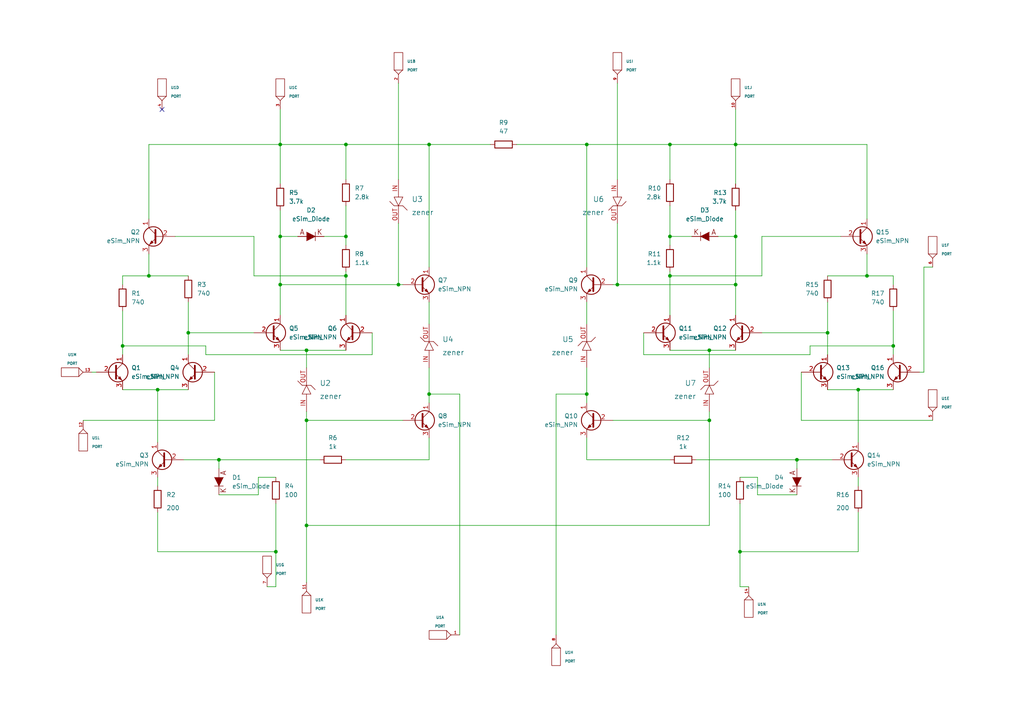
<source format=kicad_sch>
(kicad_sch (version 20211123) (generator eeschema)
  (paper "A4")
  (lib_symbols
    (symbol "eSim_Analog:zener" (pin_names (offset 1.016))
      (property "Reference" "U" (at -1.27 -2.54 0))
      (property "Value" "zener" (at 0 2.54 0))
      (symbol "zener_0_1"
        (polyline (pts (xy 2.54 -1.27) (xy 1.27 -2.54)))
        (polyline (pts (xy 2.54 1.27) (xy 2.54 -1.27)))
        (polyline (pts (xy 2.54 1.27) (xy 3.81 2.54)))
        (polyline (pts (xy 0 1.27) (xy 0 -1.27) (xy 2.54 0) (xy 0 1.27)))
      )
      (symbol "zener_1_1"
        (pin input line (at -5.08 0 0) (length 5.08) (name "~") (number "IN"))
        (pin output line (at 7.62 0 180) (length 5.08) (name "~") (number "OUT"))
      )
    )
    (symbol "eSim_Devices:eSim_Diode" (pin_numbers hide) (pin_names (offset 1.016) hide)
      (property "Reference" "D" (at 0 2.54 0))
      (property "Value" "eSim_Diode" (at 0 -2.54 0))
      (symbol "eSim_Diode_0_0"
        (text "A" (at -2.54 1.27 0) (effects (font (size 1.524 1.524))))
        (text "K" (at 2.54 1.27 0) (effects (font (size 1.524 1.524))))
      )
      (symbol "eSim_Diode_0_1"
        (polyline (pts (xy 1.27 1.27) (xy 1.27 -1.27)) (stroke (width 0.1524)))
        (polyline (pts (xy -1.27 1.27) (xy 1.27 0) (xy -1.27 -1.27)) (fill (type outline)))
      )
      (symbol "eSim_Diode_1_1"
        (pin passive line (at -3.81 0 0) (length 2.54) (name "A") (number "1"))
        (pin passive line (at 3.81 0 180) (length 2.54) (name "K") (number "2"))
      )
    )
    (symbol "eSim_Devices:eSim_NPN" (pin_names (offset 0) hide)
      (property "Reference" "Q" (at -2.54 1.27 0))
      (property "Value" "eSim_NPN" (at -1.27 3.81 0))
      (symbol "eSim_NPN_0_1"
        (polyline (pts (xy 0.635 0.635) (xy 2.54 2.54)))
        (polyline (pts (xy 0.635 -0.635) (xy 2.54 -2.54) (xy 2.54 -2.54)))
        (polyline (pts (xy 0.635 1.905) (xy 0.635 -1.905) (xy 0.635 -1.905)) (stroke (width 0.508)))
        (polyline (pts (xy 1.27 -1.778) (xy 1.778 -1.27) (xy 2.286 -2.286) (xy 1.27 -1.778) (xy 1.27 -1.778)) (fill (type outline)))
        (circle (center 1.27 0) (radius 2.8194) (stroke (width 0.254)))
      )
      (symbol "eSim_NPN_1_1"
        (pin passive line (at 2.54 5.08 270) (length 2.54) (name "C") (number "1"))
        (pin passive line (at -5.08 0 0) (length 5.715) (name "B") (number "2"))
        (pin passive line (at 2.54 -5.08 90) (length 2.54) (name "E") (number "3"))
      )
    )
    (symbol "eSim_Devices:resistor" (pin_numbers hide) (pin_names (offset 0))
      (property "Reference" "R" (at 1.27 3.302 0))
      (property "Value" "resistor" (at 1.27 -1.27 0))
      (symbol "resistor_0_1"
        (rectangle (start 3.81 0.254) (end -1.27 2.286) (stroke (width 0.254)))
      )
      (symbol "resistor_1_1"
        (pin passive line (at -2.54 1.27 0) (length 1.27) (name "~") (number "1"))
        (pin passive line (at 5.08 1.27 180) (length 1.27) (name "~") (number "2"))
      )
    )
    (symbol "eSim_Miscellaneous:PORT" (pin_names (offset 1.016))
      (property "Reference" "U" (at 1.27 2.54 0))
      (property "Value" "PORT" (at 0 0 0))
      (symbol "PORT_0_1"
        (rectangle (start -2.54 1.27) (end 2.54 -1.27))
        (arc (start 2.54 1.27) (mid 3.1355 0.5955) (end 3.81 0))
        (arc (start 3.81 0) (mid 3.1447 -0.6046) (end 2.54 -1.27))
      )
      (symbol "PORT_1_1"
        (pin bidirectional line (at 6.35 0 180) (length 2.54) (name "~") (number "1"))
      )
      (symbol "PORT_2_1"
        (pin bidirectional line (at 6.35 0 180) (length 2.54) (name "~") (number "2"))
      )
      (symbol "PORT_3_1"
        (pin bidirectional line (at 6.35 0 180) (length 2.54) (name "~") (number "3"))
      )
      (symbol "PORT_4_1"
        (pin bidirectional line (at 6.35 0 180) (length 2.54) (name "~") (number "4"))
      )
      (symbol "PORT_5_1"
        (pin bidirectional line (at 6.35 0 180) (length 2.54) (name "~") (number "5"))
      )
      (symbol "PORT_6_1"
        (pin bidirectional line (at 6.35 0 180) (length 2.54) (name "~") (number "6"))
      )
      (symbol "PORT_7_1"
        (pin bidirectional line (at 6.35 0 180) (length 2.54) (name "~") (number "7"))
      )
      (symbol "PORT_8_1"
        (pin bidirectional line (at 6.35 0 180) (length 2.54) (name "~") (number "8"))
      )
      (symbol "PORT_9_1"
        (pin bidirectional line (at 6.35 0 180) (length 2.54) (name "~") (number "9"))
      )
      (symbol "PORT_10_1"
        (pin bidirectional line (at 6.35 0 180) (length 2.54) (name "~") (number "10"))
      )
      (symbol "PORT_11_1"
        (pin bidirectional line (at 6.35 0 180) (length 2.54) (name "~") (number "11"))
      )
      (symbol "PORT_12_1"
        (pin bidirectional line (at 6.35 0 180) (length 2.54) (name "~") (number "12"))
      )
      (symbol "PORT_13_1"
        (pin bidirectional line (at 6.35 0 180) (length 2.54) (name "~") (number "13"))
      )
      (symbol "PORT_14_1"
        (pin bidirectional line (at 6.35 0 180) (length 2.54) (name "~") (number "14"))
      )
      (symbol "PORT_15_1"
        (pin bidirectional line (at 6.35 0 180) (length 2.54) (name "~") (number "15"))
      )
      (symbol "PORT_16_1"
        (pin bidirectional line (at 6.35 0 180) (length 2.54) (name "~") (number "16"))
      )
      (symbol "PORT_17_1"
        (pin bidirectional line (at 6.35 0 180) (length 2.54) (name "~") (number "17"))
      )
      (symbol "PORT_18_1"
        (pin bidirectional line (at 6.35 0 180) (length 2.54) (name "~") (number "18"))
      )
      (symbol "PORT_19_1"
        (pin bidirectional line (at 6.35 0 180) (length 2.54) (name "~") (number "19"))
      )
      (symbol "PORT_20_1"
        (pin bidirectional line (at 6.35 0 180) (length 2.54) (name "~") (number "20"))
      )
      (symbol "PORT_21_1"
        (pin bidirectional line (at 6.35 0 180) (length 2.54) (name "~") (number "21"))
      )
      (symbol "PORT_22_1"
        (pin bidirectional line (at 6.35 0 180) (length 2.54) (name "~") (number "22"))
      )
      (symbol "PORT_23_1"
        (pin bidirectional line (at 6.35 0 180) (length 2.54) (name "~") (number "23"))
      )
      (symbol "PORT_24_1"
        (pin bidirectional line (at 6.35 0 180) (length 2.54) (name "~") (number "24"))
      )
      (symbol "PORT_25_1"
        (pin bidirectional line (at 6.35 0 180) (length 2.54) (name "~") (number "25"))
      )
      (symbol "PORT_26_1"
        (pin bidirectional line (at 6.35 0 180) (length 2.54) (name "~") (number "26"))
      )
    )
  )
  (junction (at 231.14 133.35))
  (junction (at 124.46 41.91))
  (junction (at 81.28 68.58))
  (junction (at 213.36 68.58))
  (junction (at 240.03 96.52))
  (junction (at 213.36 41.91))
  (junction (at 63.5 133.35))
  (junction (at 100.33 68.58))
  (junction (at 194.31 41.91))
  (junction (at 194.31 68.58))
  (junction (at 214.63 160.02))
  (junction (at 81.28 82.55))
  (junction (at 251.46 80.01))
  (junction (at 100.33 41.91))
  (junction (at 88.9 152.4))
  (junction (at 88.9 101.6))
  (junction (at 80.01 160.02))
  (junction (at 43.18 80.01))
  (junction (at 179.07 82.55))
  (junction (at 194.31 80.01))
  (junction (at 248.92 113.03))
  (junction (at 115.57 82.55))
  (junction (at 45.72 113.03))
  (junction (at 205.74 101.6))
  (junction (at 259.08 100.33))
  (junction (at 35.56 100.33))
  (junction (at 205.74 121.92))
  (junction (at 213.36 82.55))
  (junction (at 170.18 41.91))
  (junction (at 54.61 96.52))
  (junction (at 124.46 114.3))
  (junction (at 100.33 80.01))
  (junction (at 88.9 121.92))
  (junction (at 81.28 41.91))
  (junction (at 170.18 114.3))
  (no_connect (at 46.99 31.75))
  (wire (pts (xy 24.13 121.92) (xy 62.23 121.92)))
  (wire (pts (xy 100.33 41.91) (xy 100.33 52.07)))
  (wire (pts (xy 219.71 138.43) (xy 214.63 138.43)))
  (wire (pts (xy 205.74 121.92) (xy 177.8 121.92)))
  (wire (pts (xy 149.86 41.91) (xy 170.18 41.91)))
  (wire (pts (xy 251.46 41.91) (xy 213.36 41.91)))
  (wire (pts (xy 251.46 73.66) (xy 251.46 80.01)))
  (wire (pts (xy 170.18 133.35) (xy 194.31 133.35)))
  (wire (pts (xy 234.95 100.33) (xy 259.08 100.33)))
  (wire (pts (xy 88.9 121.92) (xy 116.84 121.92)))
  (wire (pts (xy 186.69 96.52) (xy 186.69 102.87)))
  (wire (pts (xy 194.31 71.12) (xy 194.31 68.58)))
  (wire (pts (xy 243.84 68.58) (xy 220.98 68.58)))
  (wire (pts (xy 74.93 143.51) (xy 74.93 138.43)))
  (wire (pts (xy 73.66 80.01) (xy 100.33 80.01)))
  (wire (pts (xy 220.98 80.01) (xy 194.31 80.01)))
  (wire (pts (xy 231.14 143.51) (xy 219.71 143.51)))
  (wire (pts (xy 231.14 133.35) (xy 231.14 135.89)))
  (wire (pts (xy 81.28 60.96) (xy 81.28 68.58)))
  (wire (pts (xy 43.18 73.66) (xy 43.18 80.01)))
  (wire (pts (xy 88.9 152.4) (xy 88.9 168.91)))
  (wire (pts (xy 100.33 68.58) (xy 100.33 59.69)))
  (wire (pts (xy 267.97 107.95) (xy 266.7 107.95)))
  (wire (pts (xy 35.56 90.17) (xy 35.56 100.33)))
  (wire (pts (xy 50.8 68.58) (xy 73.66 68.58)))
  (wire (pts (xy 35.56 113.03) (xy 45.72 113.03)))
  (wire (pts (xy 35.56 82.55) (xy 35.56 80.01)))
  (wire (pts (xy 170.18 41.91) (xy 170.18 77.47)))
  (wire (pts (xy 248.92 160.02) (xy 248.92 148.59)))
  (wire (pts (xy 240.03 87.63) (xy 240.03 96.52)))
  (wire (pts (xy 73.66 96.52) (xy 54.61 96.52)))
  (wire (pts (xy 115.57 24.13) (xy 115.57 52.07)))
  (wire (pts (xy 259.08 113.03) (xy 248.92 113.03)))
  (wire (pts (xy 234.95 102.87) (xy 234.95 100.33)))
  (wire (pts (xy 200.66 68.58) (xy 194.31 68.58)))
  (wire (pts (xy 124.46 87.63) (xy 124.46 93.98)))
  (wire (pts (xy 81.28 82.55) (xy 81.28 91.44)))
  (wire (pts (xy 26.67 107.95) (xy 27.94 107.95)))
  (wire (pts (xy 63.5 143.51) (xy 74.93 143.51)))
  (wire (pts (xy 205.74 119.38) (xy 205.74 121.92)))
  (wire (pts (xy 45.72 113.03) (xy 45.72 128.27)))
  (wire (pts (xy 100.33 91.44) (xy 100.33 80.01)))
  (wire (pts (xy 115.57 82.55) (xy 116.84 82.55)))
  (wire (pts (xy 170.18 114.3) (xy 170.18 116.84)))
  (wire (pts (xy 77.47 170.18) (xy 80.01 170.18)))
  (wire (pts (xy 133.35 114.3) (xy 133.35 184.15)))
  (wire (pts (xy 248.92 160.02) (xy 214.63 160.02)))
  (wire (pts (xy 248.92 138.43) (xy 248.92 140.97)))
  (wire (pts (xy 186.69 102.87) (xy 234.95 102.87)))
  (wire (pts (xy 267.97 77.47) (xy 267.97 107.95)))
  (wire (pts (xy 93.98 68.58) (xy 100.33 68.58)))
  (wire (pts (xy 213.36 60.96) (xy 213.36 68.58)))
  (wire (pts (xy 63.5 133.35) (xy 92.71 133.35)))
  (wire (pts (xy 107.95 96.52) (xy 107.95 102.87)))
  (wire (pts (xy 62.23 107.95) (xy 62.23 121.92)))
  (wire (pts (xy 240.03 96.52) (xy 240.03 102.87)))
  (wire (pts (xy 45.72 113.03) (xy 54.61 113.03)))
  (wire (pts (xy 170.18 127) (xy 170.18 133.35)))
  (wire (pts (xy 194.31 41.91) (xy 170.18 41.91)))
  (wire (pts (xy 251.46 80.01) (xy 240.03 80.01)))
  (wire (pts (xy 248.92 113.03) (xy 248.92 128.27)))
  (wire (pts (xy 259.08 82.55) (xy 259.08 80.01)))
  (wire (pts (xy 107.95 102.87) (xy 59.69 102.87)))
  (wire (pts (xy 124.46 41.91) (xy 142.24 41.91)))
  (wire (pts (xy 35.56 100.33) (xy 35.56 102.87)))
  (wire (pts (xy 63.5 133.35) (xy 63.5 135.89)))
  (wire (pts (xy 205.74 101.6) (xy 194.31 101.6)))
  (wire (pts (xy 124.46 127) (xy 124.46 133.35)))
  (wire (pts (xy 231.14 133.35) (xy 201.93 133.35)))
  (wire (pts (xy 213.36 41.91) (xy 213.36 53.34)))
  (wire (pts (xy 124.46 133.35) (xy 100.33 133.35)))
  (wire (pts (xy 214.63 146.05) (xy 214.63 160.02)))
  (wire (pts (xy 220.98 96.52) (xy 240.03 96.52)))
  (wire (pts (xy 124.46 106.68) (xy 124.46 114.3)))
  (wire (pts (xy 59.69 102.87) (xy 59.69 100.33)))
  (wire (pts (xy 81.28 41.91) (xy 100.33 41.91)))
  (wire (pts (xy 80.01 160.02) (xy 80.01 170.18)))
  (wire (pts (xy 214.63 160.02) (xy 214.63 170.18)))
  (wire (pts (xy 194.31 91.44) (xy 194.31 80.01)))
  (wire (pts (xy 43.18 63.5) (xy 43.18 41.91)))
  (wire (pts (xy 219.71 143.51) (xy 219.71 138.43)))
  (wire (pts (xy 241.3 133.35) (xy 231.14 133.35)))
  (wire (pts (xy 259.08 80.01) (xy 251.46 80.01)))
  (wire (pts (xy 213.36 101.6) (xy 205.74 101.6)))
  (wire (pts (xy 88.9 119.38) (xy 88.9 121.92)))
  (wire (pts (xy 213.36 41.91) (xy 194.31 41.91)))
  (wire (pts (xy 43.18 41.91) (xy 81.28 41.91)))
  (wire (pts (xy 205.74 152.4) (xy 205.74 121.92)))
  (wire (pts (xy 217.17 170.18) (xy 214.63 170.18)))
  (wire (pts (xy 81.28 41.91) (xy 81.28 53.34)))
  (wire (pts (xy 81.28 68.58) (xy 86.36 68.58)))
  (wire (pts (xy 213.36 68.58) (xy 213.36 82.55)))
  (wire (pts (xy 179.07 82.55) (xy 177.8 82.55)))
  (wire (pts (xy 194.31 80.01) (xy 194.31 78.74)))
  (wire (pts (xy 54.61 87.63) (xy 54.61 96.52)))
  (wire (pts (xy 59.69 100.33) (xy 35.56 100.33)))
  (wire (pts (xy 100.33 41.91) (xy 124.46 41.91)))
  (wire (pts (xy 115.57 64.77) (xy 115.57 82.55)))
  (wire (pts (xy 81.28 82.55) (xy 115.57 82.55)))
  (wire (pts (xy 179.07 64.77) (xy 179.07 82.55)))
  (wire (pts (xy 124.46 114.3) (xy 124.46 116.84)))
  (wire (pts (xy 43.18 80.01) (xy 54.61 80.01)))
  (wire (pts (xy 220.98 68.58) (xy 220.98 80.01)))
  (wire (pts (xy 88.9 101.6) (xy 88.9 106.68)))
  (wire (pts (xy 161.29 114.3) (xy 161.29 184.15)))
  (wire (pts (xy 35.56 80.01) (xy 43.18 80.01)))
  (wire (pts (xy 54.61 96.52) (xy 54.61 102.87)))
  (wire (pts (xy 53.34 133.35) (xy 63.5 133.35)))
  (wire (pts (xy 100.33 71.12) (xy 100.33 68.58)))
  (wire (pts (xy 80.01 146.05) (xy 80.01 160.02)))
  (wire (pts (xy 213.36 82.55) (xy 213.36 91.44)))
  (wire (pts (xy 81.28 101.6) (xy 88.9 101.6)))
  (wire (pts (xy 213.36 31.75) (xy 213.36 41.91)))
  (wire (pts (xy 100.33 80.01) (xy 100.33 78.74)))
  (wire (pts (xy 259.08 100.33) (xy 259.08 102.87)))
  (wire (pts (xy 194.31 41.91) (xy 194.31 52.07)))
  (wire (pts (xy 170.18 114.3) (xy 161.29 114.3)))
  (wire (pts (xy 194.31 68.58) (xy 194.31 59.69)))
  (wire (pts (xy 74.93 138.43) (xy 80.01 138.43)))
  (wire (pts (xy 124.46 41.91) (xy 124.46 77.47)))
  (wire (pts (xy 124.46 114.3) (xy 133.35 114.3)))
  (wire (pts (xy 45.72 160.02) (xy 80.01 160.02)))
  (wire (pts (xy 270.51 77.47) (xy 267.97 77.47)))
  (wire (pts (xy 88.9 121.92) (xy 88.9 152.4)))
  (wire (pts (xy 213.36 82.55) (xy 179.07 82.55)))
  (wire (pts (xy 170.18 106.68) (xy 170.18 114.3)))
  (wire (pts (xy 213.36 68.58) (xy 208.28 68.58)))
  (wire (pts (xy 73.66 68.58) (xy 73.66 80.01)))
  (wire (pts (xy 205.74 101.6) (xy 205.74 106.68)))
  (wire (pts (xy 251.46 63.5) (xy 251.46 41.91)))
  (wire (pts (xy 248.92 113.03) (xy 240.03 113.03)))
  (wire (pts (xy 81.28 68.58) (xy 81.28 82.55)))
  (wire (pts (xy 45.72 138.43) (xy 45.72 140.97)))
  (wire (pts (xy 270.51 121.92) (xy 232.41 121.92)))
  (wire (pts (xy 88.9 152.4) (xy 205.74 152.4)))
  (wire (pts (xy 88.9 101.6) (xy 100.33 101.6)))
  (wire (pts (xy 170.18 87.63) (xy 170.18 93.98)))
  (wire (pts (xy 232.41 107.95) (xy 232.41 121.92)))
  (wire (pts (xy 81.28 31.75) (xy 81.28 41.91)))
  (wire (pts (xy 45.72 160.02) (xy 45.72 148.59)))
  (wire (pts (xy 179.07 24.13) (xy 179.07 52.07)))
  (wire (pts (xy 259.08 90.17) (xy 259.08 100.33)))
  (symbol (lib_id "eSim_Miscellaneous:PORT") (at 270.51 71.12 270) (unit 6)
    (property "Reference" "U1" (at 273.05 71.12 90) (effects (font (size 0.762 0.762)) (justify left)))
    (property "Value" "PORT" (at 273.05 73.66 90) (effects (font (size 0.762 0.762)) (justify left)))
  )
  (symbol (lib_id "eSim_Devices:eSim_Diode") (at 231.14 139.7 90) (mirror x) (unit 1)
    (property "Reference" "D4" (at 227.33 138.4843 90) (effects (justify left)))
    (property "Value" "eSim_Diode" (at 227.33 141.0243 90) (effects (justify left)))
  )
  (symbol (lib_id "eSim_Devices:eSim_Diode") (at 90.17 68.58 0) (unit 1)
    (property "Reference" "D2" (at 90.2244 60.96 0))
    (property "Value" "eSim_Diode" (at 90.2244 63.5 0))
  )
  (symbol (lib_id "eSim_Miscellaneous:PORT") (at 217.17 176.53 90) (unit 14)
    (property "Reference" "U1" (at 219.71 175.26 90) (effects (font (size 0.762 0.762)) (justify right)))
    (property "Value" "PORT" (at 219.71 177.8 90) (effects (font (size 0.762 0.762)) (justify right)))
  )
  (symbol (lib_id "eSim_Miscellaneous:PORT") (at 161.29 190.5 90) (unit 8)
    (property "Reference" "U1" (at 163.83 189.23 90) (effects (font (size 0.762 0.762)) (justify right)))
    (property "Value" "PORT" (at 163.83 191.77 90) (effects (font (size 0.762 0.762)) (justify right)))
  )
  (symbol (lib_id "eSim_Devices:resistor") (at 238.76 85.09 270) (mirror x) (unit 1)
    (property "Reference" "R15" (at 237.49 82.5499 90) (effects (justify right)))
    (property "Value" "740" (at 237.49 85.0899 90) (effects (justify right)))
  )
  (symbol (lib_id "eSim_Devices:eSim_NPN") (at 33.02 107.95 0) (unit 1)
    (property "Reference" "Q1" (at 38.1 106.6799 0) (effects (justify left)))
    (property "Value" "eSim_NPN" (at 38.1 109.2199 0) (effects (justify left)))
  )
  (symbol (lib_id "eSim_Devices:resistor") (at 196.85 132.08 0) (mirror x) (unit 1)
    (property "Reference" "R12" (at 198.12 127 0))
    (property "Value" "1k" (at 198.12 129.54 0))
  )
  (symbol (lib_id "eSim_Devices:eSim_NPN") (at 215.9 96.52 0) (mirror y) (unit 1)
    (property "Reference" "Q12" (at 210.82 95.2499 0) (effects (justify left)))
    (property "Value" "eSim_NPN" (at 210.82 97.7899 0) (effects (justify left)))
  )
  (symbol (lib_id "eSim_Devices:resistor") (at 147.32 40.64 180) (unit 1)
    (property "Reference" "R9" (at 146.05 35.56 0))
    (property "Value" "47" (at 146.05 38.1 0))
  )
  (symbol (lib_id "eSim_Devices:resistor") (at 55.88 85.09 90) (unit 1)
    (property "Reference" "R3" (at 57.15 82.5499 90) (effects (justify right)))
    (property "Value" "740" (at 57.15 85.0899 90) (effects (justify right)))
  )
  (symbol (lib_id "eSim_Devices:resistor") (at 81.28 143.51 90) (unit 1)
    (property "Reference" "R4" (at 82.55 140.9699 90) (effects (justify right)))
    (property "Value" "100" (at 82.55 143.5099 90) (effects (justify right)))
  )
  (symbol (lib_id "eSim_Devices:resistor") (at 213.36 143.51 270) (mirror x) (unit 1)
    (property "Reference" "R14" (at 212.09 140.9699 90) (effects (justify right)))
    (property "Value" "100" (at 212.09 143.5099 90) (effects (justify right)))
  )
  (symbol (lib_id "eSim_Devices:eSim_NPN") (at 248.92 68.58 0) (unit 1)
    (property "Reference" "Q15" (at 254 67.3099 0) (effects (justify left)))
    (property "Value" "eSim_NPN" (at 254 69.8499 0) (effects (justify left)))
  )
  (symbol (lib_id "eSim_Analog:zener") (at 179.07 57.15 90) (mirror x) (unit 1)
    (property "Reference" "U6" (at 175.26 57.785 90) (effects (font (size 1.524 1.524)) (justify left)))
    (property "Value" "zener" (at 175.26 61.595 90) (effects (font (size 1.524 1.524)) (justify left)))
  )
  (symbol (lib_id "eSim_Devices:eSim_NPN") (at 191.77 96.52 0) (unit 1)
    (property "Reference" "Q11" (at 196.85 95.2499 0) (effects (justify left)))
    (property "Value" "eSim_NPN" (at 196.85 97.7899 0) (effects (justify left)))
  )
  (symbol (lib_id "eSim_Devices:resistor") (at 82.55 58.42 90) (unit 1)
    (property "Reference" "R5" (at 83.82 55.8799 90) (effects (justify right)))
    (property "Value" "3.7k" (at 83.82 58.4199 90) (effects (justify right)))
  )
  (symbol (lib_id "eSim_Devices:eSim_NPN") (at 261.62 107.95 0) (mirror y) (unit 1)
    (property "Reference" "Q16" (at 256.54 106.6799 0) (effects (justify left)))
    (property "Value" "eSim_NPN" (at 256.54 109.2199 0) (effects (justify left)))
  )
  (symbol (lib_id "eSim_Devices:eSim_NPN") (at 121.92 82.55 0) (unit 1)
    (property "Reference" "Q7" (at 127 81.2799 0) (effects (justify left)))
    (property "Value" "eSim_NPN" (at 127 83.8199 0) (effects (justify left)))
  )
  (symbol (lib_id "eSim_Devices:eSim_Diode") (at 63.5 139.7 270) (unit 1)
    (property "Reference" "D1" (at 67.31 138.4843 90) (effects (justify left)))
    (property "Value" "eSim_Diode" (at 67.31 141.0243 90) (effects (justify left)))
  )
  (symbol (lib_id "eSim_Devices:eSim_NPN") (at 121.92 121.92 0) (unit 1)
    (property "Reference" "Q8" (at 127 120.6499 0) (effects (justify left)))
    (property "Value" "eSim_NPN" (at 127 123.1899 0) (effects (justify left)))
  )
  (symbol (lib_id "eSim_Devices:resistor") (at 193.04 76.2 270) (mirror x) (unit 1)
    (property "Reference" "R11" (at 191.77 73.6599 90) (effects (justify right)))
    (property "Value" "1.1k" (at 191.77 76.1999 90) (effects (justify right)))
  )
  (symbol (lib_id "eSim_Analog:zener") (at 170.18 101.6 270) (mirror x) (unit 1)
    (property "Reference" "U5" (at 166.37 98.425 90) (effects (font (size 1.524 1.524)) (justify right)))
    (property "Value" "zener" (at 166.37 102.235 90) (effects (font (size 1.524 1.524)) (justify right)))
  )
  (symbol (lib_id "eSim_Devices:resistor") (at 193.04 57.15 270) (mirror x) (unit 1)
    (property "Reference" "R10" (at 191.77 54.6099 90) (effects (justify right)))
    (property "Value" "2.8k" (at 191.77 57.1499 90) (effects (justify right)))
  )
  (symbol (lib_id "eSim_Miscellaneous:PORT") (at 77.47 163.83 270) (unit 7)
    (property "Reference" "U1" (at 80.01 163.83 90) (effects (font (size 0.762 0.762)) (justify left)))
    (property "Value" "PORT" (at 80.01 166.37 90) (effects (font (size 0.762 0.762)) (justify left)))
  )
  (symbol (lib_id "eSim_Miscellaneous:PORT") (at 213.36 25.4 270) (unit 10)
    (property "Reference" "U1" (at 215.9 25.4 90) (effects (font (size 0.762 0.762)) (justify left)))
    (property "Value" "PORT" (at 215.9 27.94 90) (effects (font (size 0.762 0.762)) (justify left)))
  )
  (symbol (lib_id "eSim_Devices:resistor") (at 46.99 146.05 90) (unit 1)
    (property "Reference" "R2" (at 48.26 143.5099 90) (effects (justify right)))
    (property "Value" "200" (at 48.26 147.32 90) (effects (justify right)))
  )
  (symbol (lib_id "eSim_Devices:resistor") (at 97.79 132.08 180) (unit 1)
    (property "Reference" "R6" (at 96.52 127 0))
    (property "Value" "1k" (at 96.52 129.54 0))
  )
  (symbol (lib_id "eSim_Miscellaneous:PORT") (at 115.57 17.78 270) (unit 2)
    (property "Reference" "U1" (at 118.11 17.78 90) (effects (font (size 0.762 0.762)) (justify left)))
    (property "Value" "PORT" (at 118.11 20.32 90) (effects (font (size 0.762 0.762)) (justify left)))
  )
  (symbol (lib_id "eSim_Devices:eSim_NPN") (at 172.72 82.55 0) (mirror y) (unit 1)
    (property "Reference" "Q9" (at 167.64 81.2799 0) (effects (justify left)))
    (property "Value" "eSim_NPN" (at 167.64 83.8199 0) (effects (justify left)))
  )
  (symbol (lib_id "eSim_Miscellaneous:PORT") (at 81.28 25.4 270) (unit 3)
    (property "Reference" "U1" (at 83.82 25.4 90) (effects (font (size 0.762 0.762)) (justify left)))
    (property "Value" "PORT" (at 83.82 27.94 90) (effects (font (size 0.762 0.762)) (justify left)))
  )
  (symbol (lib_id "eSim_Analog:zener") (at 115.57 57.15 270) (unit 1)
    (property "Reference" "U3" (at 119.38 57.785 90) (effects (font (size 1.524 1.524)) (justify left)))
    (property "Value" "zener" (at 119.38 61.595 90) (effects (font (size 1.524 1.524)) (justify left)))
  )
  (symbol (lib_id "eSim_Analog:zener") (at 124.46 101.6 90) (unit 1)
    (property "Reference" "U4" (at 128.27 98.425 90) (effects (font (size 1.524 1.524)) (justify right)))
    (property "Value" "zener" (at 128.27 102.235 90) (effects (font (size 1.524 1.524)) (justify right)))
  )
  (symbol (lib_id "eSim_Devices:eSim_NPN") (at 57.15 107.95 0) (mirror y) (unit 1)
    (property "Reference" "Q4" (at 52.07 106.6799 0) (effects (justify left)))
    (property "Value" "eSim_NPN" (at 52.07 109.2199 0) (effects (justify left)))
  )
  (symbol (lib_id "eSim_Devices:eSim_NPN") (at 172.72 121.92 0) (mirror y) (unit 1)
    (property "Reference" "Q10" (at 167.64 120.6499 0) (effects (justify left)))
    (property "Value" "eSim_NPN" (at 167.64 123.1899 0) (effects (justify left)))
  )
  (symbol (lib_id "eSim_Devices:resistor") (at 257.81 87.63 270) (mirror x) (unit 1)
    (property "Reference" "R17" (at 256.54 85.0899 90) (effects (justify right)))
    (property "Value" "740" (at 256.54 87.6299 90) (effects (justify right)))
  )
  (symbol (lib_id "eSim_Miscellaneous:PORT") (at 88.9 175.26 90) (unit 11)
    (property "Reference" "U1" (at 91.44 173.99 90) (effects (font (size 0.762 0.762)) (justify right)))
    (property "Value" "PORT" (at 91.44 176.53 90) (effects (font (size 0.762 0.762)) (justify right)))
  )
  (symbol (lib_id "eSim_Devices:resistor") (at 101.6 76.2 90) (unit 1)
    (property "Reference" "R8" (at 102.87 73.6599 90) (effects (justify right)))
    (property "Value" "1.1k" (at 102.87 76.1999 90) (effects (justify right)))
  )
  (symbol (lib_id "eSim_Devices:eSim_NPN") (at 237.49 107.95 0) (unit 1)
    (property "Reference" "Q13" (at 242.57 106.6799 0) (effects (justify left)))
    (property "Value" "eSim_NPN" (at 242.57 109.2199 0) (effects (justify left)))
  )
  (symbol (lib_id "eSim_Miscellaneous:PORT") (at 24.13 128.27 90) (unit 12)
    (property "Reference" "U1" (at 26.67 127 90) (effects (font (size 0.762 0.762)) (justify right)))
    (property "Value" "PORT" (at 26.67 129.54 90) (effects (font (size 0.762 0.762)) (justify right)))
  )
  (symbol (lib_id "eSim_Miscellaneous:PORT") (at 46.99 25.4 270) (unit 4)
    (property "Reference" "U1" (at 49.53 25.4 90) (effects (font (size 0.762 0.762)) (justify left)))
    (property "Value" "PORT" (at 49.53 27.94 90) (effects (font (size 0.762 0.762)) (justify left)))
  )
  (symbol (lib_id "eSim_Miscellaneous:PORT") (at 127 184.15 0) (unit 1)
    (property "Reference" "U1" (at 127.635 179.07 0) (effects (font (size 0.762 0.762))))
    (property "Value" "PORT" (at 127.635 181.61 0) (effects (font (size 0.762 0.762))))
  )
  (symbol (lib_id "eSim_Devices:eSim_NPN") (at 102.87 96.52 0) (mirror y) (unit 1)
    (property "Reference" "Q6" (at 97.79 95.2499 0) (effects (justify left)))
    (property "Value" "eSim_NPN" (at 97.79 97.7899 0) (effects (justify left)))
  )
  (symbol (lib_id "eSim_Miscellaneous:PORT") (at 20.32 107.95 0) (unit 13)
    (property "Reference" "U1" (at 20.955 102.87 0) (effects (font (size 0.762 0.762))))
    (property "Value" "PORT" (at 20.955 105.41 0) (effects (font (size 0.762 0.762))))
  )
  (symbol (lib_id "eSim_Devices:eSim_NPN") (at 246.38 133.35 0) (unit 1)
    (property "Reference" "Q14" (at 251.46 132.0799 0) (effects (justify left)))
    (property "Value" "eSim_NPN" (at 251.46 134.6199 0) (effects (justify left)))
  )
  (symbol (lib_id "eSim_Analog:zener") (at 88.9 114.3 90) (unit 1)
    (property "Reference" "U2" (at 92.71 111.125 90) (effects (font (size 1.524 1.524)) (justify right)))
    (property "Value" "zener" (at 92.71 114.935 90) (effects (font (size 1.524 1.524)) (justify right)))
  )
  (symbol (lib_id "eSim_Miscellaneous:PORT") (at 270.51 115.57 270) (unit 5)
    (property "Reference" "U1" (at 273.05 115.57 90) (effects (font (size 0.762 0.762)) (justify left)))
    (property "Value" "PORT" (at 273.05 118.11 90) (effects (font (size 0.762 0.762)) (justify left)))
  )
  (symbol (lib_id "eSim_Miscellaneous:PORT") (at 179.07 17.78 270) (unit 9)
    (property "Reference" "U1" (at 181.61 17.78 90) (effects (font (size 0.762 0.762)) (justify left)))
    (property "Value" "PORT" (at 181.61 20.32 90) (effects (font (size 0.762 0.762)) (justify left)))
  )
  (symbol (lib_id "eSim_Devices:eSim_Diode") (at 204.47 68.58 0) (mirror y) (unit 1)
    (property "Reference" "D3" (at 204.4156 60.96 0))
    (property "Value" "eSim_Diode" (at 204.4156 63.5 0))
  )
  (symbol (lib_id "eSim_Analog:zener") (at 205.74 114.3 270) (mirror x) (unit 1)
    (property "Reference" "U7" (at 201.93 111.125 90) (effects (font (size 1.524 1.524)) (justify right)))
    (property "Value" "zener" (at 201.93 114.935 90) (effects (font (size 1.524 1.524)) (justify right)))
  )
  (symbol (lib_id "eSim_Devices:eSim_NPN") (at 48.26 133.35 0) (mirror y) (unit 1)
    (property "Reference" "Q3" (at 43.18 132.0799 0) (effects (justify left)))
    (property "Value" "eSim_NPN" (at 43.18 134.6199 0) (effects (justify left)))
  )
  (symbol (lib_id "eSim_Devices:eSim_NPN") (at 78.74 96.52 0) (unit 1)
    (property "Reference" "Q5" (at 83.82 95.2499 0) (effects (justify left)))
    (property "Value" "eSim_NPN" (at 83.82 97.7899 0) (effects (justify left)))
  )
  (symbol (lib_id "eSim_Devices:eSim_NPN") (at 45.72 68.58 0) (mirror y) (unit 1)
    (property "Reference" "Q2" (at 40.64 67.3099 0) (effects (justify left)))
    (property "Value" "eSim_NPN" (at 40.64 69.8499 0) (effects (justify left)))
  )
  (symbol (lib_id "eSim_Devices:resistor") (at 36.83 87.63 90) (unit 1)
    (property "Reference" "R1" (at 38.1 85.0899 90) (effects (justify right)))
    (property "Value" "740" (at 38.1 87.6299 90) (effects (justify right)))
  )
  (symbol (lib_id "eSim_Devices:resistor") (at 247.65 146.05 270) (mirror x) (unit 1)
    (property "Reference" "R16" (at 246.38 143.5099 90) (effects (justify right)))
    (property "Value" "200" (at 246.38 147.32 90) (effects (justify right)))
  )
  (symbol (lib_id "eSim_Devices:resistor") (at 101.6 57.15 90) (unit 1)
    (property "Reference" "R7" (at 102.87 54.6099 90) (effects (justify right)))
    (property "Value" "2.8k" (at 102.87 57.1499 90) (effects (justify right)))
  )
  (symbol (lib_id "eSim_Devices:resistor") (at 212.09 58.42 270) (mirror x) (unit 1)
    (property "Reference" "R13" (at 210.82 55.8799 90) (effects (justify right)))
    (property "Value" "3.7k" (at 210.82 58.4199 90) (effects (justify right)))
  )
)
</source>
